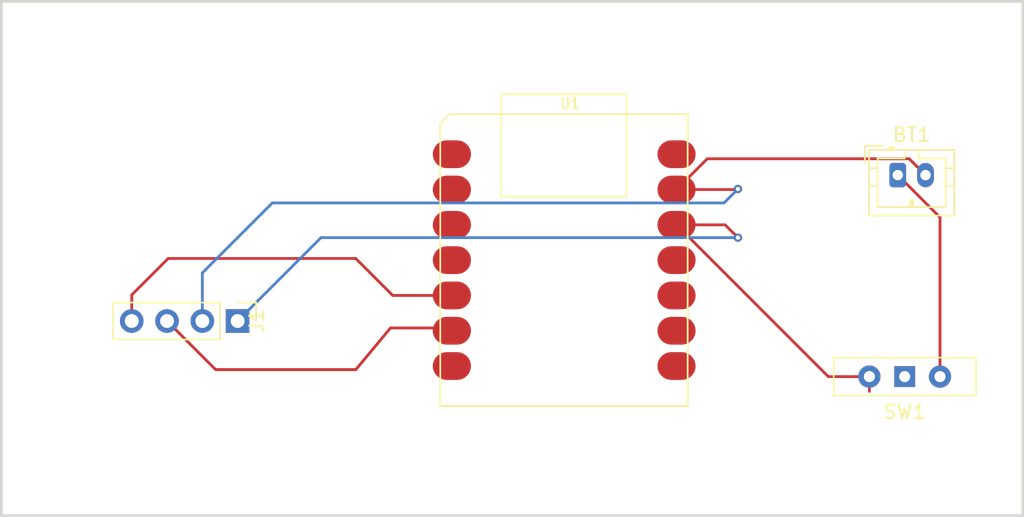
<source format=kicad_pcb>
(kicad_pcb (version 20240108) (generator "pcbnew") (generator_version "8.0")
  (title_block (title "PCB design") (date "2025-02-05") (rev "Version 1") (company "Yourong Xu") (comment 1 "This is the PCB design of the cellar temperature sensing device"))
  (layers (0 "F.Cu" signal) (31 "B.Cu" signal) (34 "B.Paste" user) (35 "F.Paste" user) (36 "B.SilkS" user "B.Silkscreen") (37 "F.SilkS" user "F.Silkscreen") (38 "B.Mask" user) (39 "F.Mask" user) (44 "Edge.Cuts" user))
  (net 0 "")
  (net 1 "GND")
  (net 2 "/SDA")
  (net 3 "/VIN")
  (net 4 "/SCL")
  (net 15 "+3.3V")
  (footprint "Button_Switch_THT:SW_Slide-03_Wuerth-WS-SLTV_10x2.5x6.4_P2.54mm" (layer "F.Cu") (at 252.9175 140.88075 180)
    (property "Reference" "SW1" (at 0 -2.54 0) (layer "F.SilkS"))
    (property "Value" "SW_SPDT")
    (fp_rect (start -5.11 -1.36) (end 5.11 1.36) (stroke (width 0.12)) (fill none) (layer "F.SilkS"))
    (pad "1" thru_hole rect (at 0 0 180) (size 1.5 1.5) (drill 0.8) (layers "*.Cu" "*.Mask"))
    (pad "2" thru_hole circle (at -2.54 0 180) (size 1.6 1.6) (drill 0.8) (layers "*.Cu" "*.Mask") (net 15 "+3.3V"))
    (pad "3" thru_hole circle (at 2.54 0 180) (size 1.6 1.6) (drill 0.8) (layers "*.Cu" "*.Mask") (net 3 "/VIN"))
  )
  (footprint "Connector_JST:JST_PH_B2B-PH-K_1x02_P2.00mm_Vertical" (layer "F.Cu") (at 252.4175 126.38075)
    (property "Reference" "BT1" (at 1 -2.9 0) (layer "F.SilkS"))
    (property "Value" "Battery_Cell")
    (fp_line (start -2.36 -2.11) (end -2.36 -0.86) (stroke (width 0.12)) (layer "F.SilkS"))
    (fp_line (start -2.06 -1.81) (end -2.06 2.91) (stroke (width 0.12)) (layer "F.SilkS"))
    (fp_line (start -2.06 -0.5) (end -1.45 -0.5) (stroke (width 0.12)) (layer "F.SilkS"))
    (fp_line (start -2.06 0.8) (end -1.45 0.8) (stroke (width 0.12)) (layer "F.SilkS"))
    (fp_line (start -2.06 2.91) (end 4.06 2.91) (stroke (width 0.12)) (layer "F.SilkS"))
    (fp_line (start -1.45 -1.2) (end -1.45 2.3) (stroke (width 0.12)) (layer "F.SilkS"))
    (fp_line (start -1.45 2.3) (end 3.45 2.3) (stroke (width 0.12)) (layer "F.SilkS"))
    (fp_line (start -1.11 -2.11) (end -2.36 -2.11) (stroke (width 0.12)) (layer "F.SilkS"))
    (fp_line (start -0.6 -2.01) (end -0.6 -1.81) (stroke (width 0.12)) (layer "F.SilkS"))
    (fp_line (start -0.3 -2.01) (end -0.6 -2.01) (stroke (width 0.12)) (layer "F.SilkS"))
    (fp_line (start -0.3 -1.91) (end -0.6 -1.91) (stroke (width 0.12)) (layer "F.SilkS"))
    (fp_line (start -0.3 -1.81) (end -0.3 -2.01) (stroke (width 0.12)) (layer "F.SilkS"))
    (fp_line (start 0.5 -1.81) (end 0.5 -1.2) (stroke (width 0.12)) (layer "F.SilkS"))
    (fp_line (start 0.5 -1.2) (end -1.45 -1.2) (stroke (width 0.12)) (layer "F.SilkS"))
    (fp_line (start 0.9 1.8) (end 1.1 1.8) (stroke (width 0.12)) (layer "F.SilkS"))
    (fp_line (start 0.9 2.3) (end 0.9 1.8) (stroke (width 0.12)) (layer "F.SilkS"))
    (fp_line (start 1 2.3) (end 1 1.8) (stroke (width 0.12)) (layer "F.SilkS"))
    (fp_line (start 1.1 1.8) (end 1.1 2.3) (stroke (width 0.12)) (layer "F.SilkS"))
    (fp_line (start 1.5 -1.2) (end 1.5 -1.81) (stroke (width 0.12)) (layer "F.SilkS"))
    (fp_line (start 3.45 -1.2) (end 1.5 -1.2) (stroke (width 0.12)) (layer "F.SilkS"))
    (fp_line (start 3.45 2.3) (end 3.45 -1.2) (stroke (width 0.12)) (layer "F.SilkS"))
    (fp_line (start 4.06 -1.81) (end -2.06 -1.81) (stroke (width 0.12)) (layer "F.SilkS"))
    (fp_line (start 4.06 -0.5) (end 3.45 -0.5) (stroke (width 0.12)) (layer "F.SilkS"))
    (fp_line (start 4.06 0.8) (end 3.45 0.8) (stroke (width 0.12)) (layer "F.SilkS"))
    (fp_line (start 4.06 2.91) (end 4.06 -1.81) (stroke (width 0.12)) (layer "F.SilkS"))
    (pad "1" thru_hole roundrect (at 0 0) (size 1.2 1.75) (drill 0.75) (layers "*.Cu" "*.Mask") (roundrect_rratio 0.208333) (net 15 "+3.3V"))
    (pad "2" thru_hole oval (at 2 0) (size 1.2 1.75) (drill 0.75) (layers "*.Cu" "*.Mask") (net 1 "GND"))
  )
  (footprint "Connector_PinHeader_2.54mm:PinHeader_1x04_P2.54mm_Vertical" (layer "F.Cu") (at 204.9175 136.88075 -90)
    (property "Reference" "J1" (at 0 -1.38 90) (layer "F.SilkS"))
    (property "Value" "BME280 breakout board")
    (fp_line (start -1.33 8.95) (end 1.33 8.95) (stroke (width 0.12)) (layer "F.SilkS"))
    (fp_line (start -1.33 1.27) (end -1.33 8.95) (stroke (width 0.12)) (layer "F.SilkS"))
    (fp_line (start -1.33 1.27) (end 1.33 1.27) (stroke (width 0.12)) (layer "F.SilkS"))
    (fp_line (start 1.33 1.27) (end 1.33 8.95) (stroke (width 0.12)) (layer "F.SilkS"))
    (fp_line (start -1.33 0) (end -1.33 -1.33) (stroke (width 0.12)) (layer "F.SilkS"))
    (fp_line (start -1.33 -1.33) (end 0 -1.33) (stroke (width 0.12)) (layer "F.SilkS"))
    (pad "1" thru_hole rect (at 0 0 270) (size 1.7 1.7) (drill 1) (layers "*.Cu" "*.Mask") (net 3 "/VIN"))
    (pad "2" thru_hole oval (at 0 2.54 270) (size 1.7 1.7) (drill 1) (layers "*.Cu" "*.Mask") (net 1 "GND"))
    (pad "3" thru_hole oval (at 0 5.08 270) (size 1.7 1.7) (drill 1) (layers "*.Cu" "*.Mask") (net 4 "/SCL"))
    (pad "4" thru_hole oval (at 0 7.62 270) (size 1.7 1.7) (drill 1) (layers "*.Cu" "*.Mask") (net 2 "/SDA"))
  )
  (footprint "ESP32_xiao:MOUDLE14P-SMD-2.54-21X17.8MM" (layer "F.Cu") (at 219.5 143)
    (property "Reference" "U1" (at 9.3345 -21.7805 0) (layer "F.SilkS") (effects (font (size 0.7 0.7))))
    (property "Value" "MOUDLE-SEEEDUINO-XIAO-ESP32C3")
    (fp_line (start 0 -20.3285) (end 0 0) (stroke (width 0.127)) (layer "F.SilkS"))
    (fp_line (start 0 0) (end 17.8 0) (stroke (width 0.127)) (layer "F.SilkS"))
    (fp_line (start 0.671541 -21) (end 0 -20.3285) (stroke (width 0.127)) (layer "F.SilkS"))
    (fp_line (start 4.396 -15.072) (end 4.396 -22.425) (stroke (width 0.127)) (layer "F.SilkS"))
    (fp_line (start 4.4 -22.424) (end 13.395 -22.424) (stroke (width 0.127)) (layer "F.SilkS"))
    (fp_line (start 13.395 -22.424) (end 13.395 -15.072) (stroke (width 0.127)) (layer "F.SilkS"))
    (fp_line (start 13.395 -15.072) (end 4.396 -15.072) (stroke (width 0.127)) (layer "F.SilkS"))
    (fp_line (start 17.8 -21) (end 0.671541 -21) (stroke (width 0.127)) (layer "F.SilkS"))
    (fp_line (start 17.8 0) (end 17.8 -21) (stroke (width 0.127)) (layer "F.SilkS"))
    (pad "1" smd roundrect (at 0.835 -18.12) (size 2.75 2) (layers "F.Cu" "F.Paste" "F.Mask") (roundrect_rratio 0.5))
    (pad "2" smd roundrect (at 0.835 -15.58) (size 2.75 2) (layers "F.Cu" "F.Paste" "F.Mask") (roundrect_rratio 0.5))
    (pad "3" smd roundrect (at 0.835 -13.04) (size 2.75 2) (layers "F.Cu" "F.Paste" "F.Mask") (roundrect_rratio 0.5))
    (pad "4" smd roundrect (at 0.835 -10.5) (size 2.75 2) (layers "F.Cu" "F.Paste" "F.Mask") (roundrect_rratio 0.5))
    (pad "5" smd roundrect (at 0.835 -7.96) (size 2.75 2) (layers "F.Cu" "F.Paste" "F.Mask") (roundrect_rratio 0.5) (net 2 "/SDA"))
    (pad "6" smd roundrect (at 0.835 -5.42) (size 2.75 2) (layers "F.Cu" "F.Paste" "F.Mask") (roundrect_rratio 0.5) (net 4 "/SCL"))
    (pad "7" smd roundrect (at 0.835 -2.88) (size 2.75 2) (layers "F.Cu" "F.Paste" "F.Mask") (roundrect_rratio 0.5))
    (pad "8" smd roundrect (at 17 -2.88) (size 2.75 2) (layers "F.Cu" "F.Paste" "F.Mask") (roundrect_rratio 0.5))
    (pad "9" smd roundrect (at 17 -5.42) (size 2.75 2) (layers "F.Cu" "F.Paste" "F.Mask") (roundrect_rratio 0.5))
    (pad "10" smd roundrect (at 17 -7.96) (size 2.75 2) (layers "F.Cu" "F.Paste" "F.Mask") (roundrect_rratio 0.5))
    (pad "11" smd roundrect (at 17 -10.5) (size 2.75 2) (layers "F.Cu" "F.Paste" "F.Mask") (roundrect_rratio 0.5))
    (pad "12" smd roundrect (at 17 -13.04) (size 2.75 2) (layers "F.Cu" "F.Paste" "F.Mask") (roundrect_rratio 0.5) (net 3 "/VIN"))
    (pad "13" smd roundrect (at 17 -15.58) (size 2.75 2) (layers "F.Cu" "F.Paste" "F.Mask") (roundrect_rratio 0.5) (net 1 "GND"))
    (pad "14" smd roundrect (at 17 -18.12) (size 2.75 2) (layers "F.Cu" "F.Paste" "F.Mask") (roundrect_rratio 0.5))
  )
  (gr_line (start 203.4175 140.38075) (end 213.4175 140.38075) (stroke (width 0.2)) (layer "F.Cu") (net 4))
  (gr_line (start 213.4175 140.38075) (end 215.9175 137.38075) (stroke (width 0.2)) (layer "F.Cu") (net 4))
  (gr_line (start 215.9175 137.38075) (end 220.4175 137.38075) (stroke (width 0.2)) (layer "F.Cu") (net 4))
  (gr_rect (start 187.9175 113.88075) (end 261.4175 150.88075) (stroke (width 0.2)) (fill none) (layer "Edge.Cuts"))
  (segment (start 238.71425 125.20575) (end 253.2425 125.20575) (width 0.2) (layer "F.Cu") (net 1))
  (segment (start 236.5 127.42) (end 238.71425 125.20575) (width 0.2) (layer "F.Cu") (net 1))
  (segment (start 240.87825 127.42) (end 236.5 127.42) (width 0.2) (layer "F.Cu") (net 1))
  (segment (start 240.9175 127.38075) (end 240.87825 127.42) (width 0.2) (layer "F.Cu") (net 1))
  (segment (start 253.2425 125.20575) (end 254.4175 126.38075) (width 0.2) (layer "F.Cu") (net 1))
  (via (at 240.9175 127.38075) (size 0.6) (drill 0.3) (layers "F.Cu" "B.Cu") (net 1))
  (segment (start 202.3775 133.42075) (end 207.4175 128.38075) (width 0.2) (layer "B.Cu") (net 1))
  (segment (start 202.3775 136.88075) (end 202.3775 133.42075) (width 0.2) (layer "B.Cu") (net 1))
  (segment (start 207.4175 128.38075) (end 235.4175 128.38075) (width 0.2) (layer "B.Cu") (net 1))
  (segment (start 235.4175 128.38075) (end 239.9175 128.38075) (width 0.2) (layer "B.Cu") (net 1))
  (segment (start 239.9175 128.38075) (end 240.9175 127.38075) (width 0.2) (layer "B.Cu") (net 1))
  (segment (start 220.335 135.04) (end 216.07675 135.04) (width 0.2) (layer "F.Cu") (net 2))
  (segment (start 197.2975 136.88075) (end 197.2975 135.00075) (width 0.2) (layer "F.Cu") (net 2))
  (segment (start 199.9175 132.38075) (end 213.4175 132.38075) (width 0.2) (layer "F.Cu") (net 2))
  (segment (start 197.2975 135.00075) (end 199.9175 132.38075) (width 0.2) (layer "F.Cu") (net 2))
  (segment (start 216.07675 135.04) (end 213.4175 132.38075) (width 0.2) (layer "F.Cu") (net 2))
  (segment (start 239.99675 129.96) (end 236.5 129.96) (width 0.2) (layer "F.Cu") (net 3))
  (segment (start 250.3775 140.88075) (end 250.3775 141.944) (width 0.2) (layer "F.Cu") (net 3))
  (segment (start 247.42075 140.88075) (end 236.5 129.96) (width 0.2) (layer "F.Cu") (net 3))
  (segment (start 250.3775 140.88075) (end 247.42075 140.88075) (width 0.2) (layer "F.Cu") (net 3))
  (segment (start 240.9175 130.88075) (end 239.99675 129.96) (width 0.2) (layer "F.Cu") (net 3))
  (via (at 240.9175 130.88075) (size 0.6) (drill 0.3) (layers "F.Cu" "B.Cu") (net 3))
  (segment (start 210.9175 130.88075) (end 235.4175 130.88075) (width 0.2) (layer "B.Cu") (net 3))
  (segment (start 235.4175 130.88075) (end 240.9175 130.88075) (width 0.2) (layer "B.Cu") (net 3))
  (segment (start 204.9175 136.88075) (end 210.9175 130.88075) (width 0.2) (layer "B.Cu") (net 3))
  (segment (start 203.3375 140.38075) (end 213.4175 140.38075) (width 0.2) (layer "F.Cu") (net 4))
  (segment (start 199.8375 136.88075) (end 203.3375 140.38075) (width 0.2) (layer "F.Cu") (net 4))
  (segment (start 255.4575 129.42075) (end 252.4175 126.38075) (width 0.2) (layer "F.Cu") (net 15))
  (segment (start 255.4575 140.88075) (end 255.4575 129.42075) (width 0.2) (layer "F.Cu") (net 15))
)
</source>
